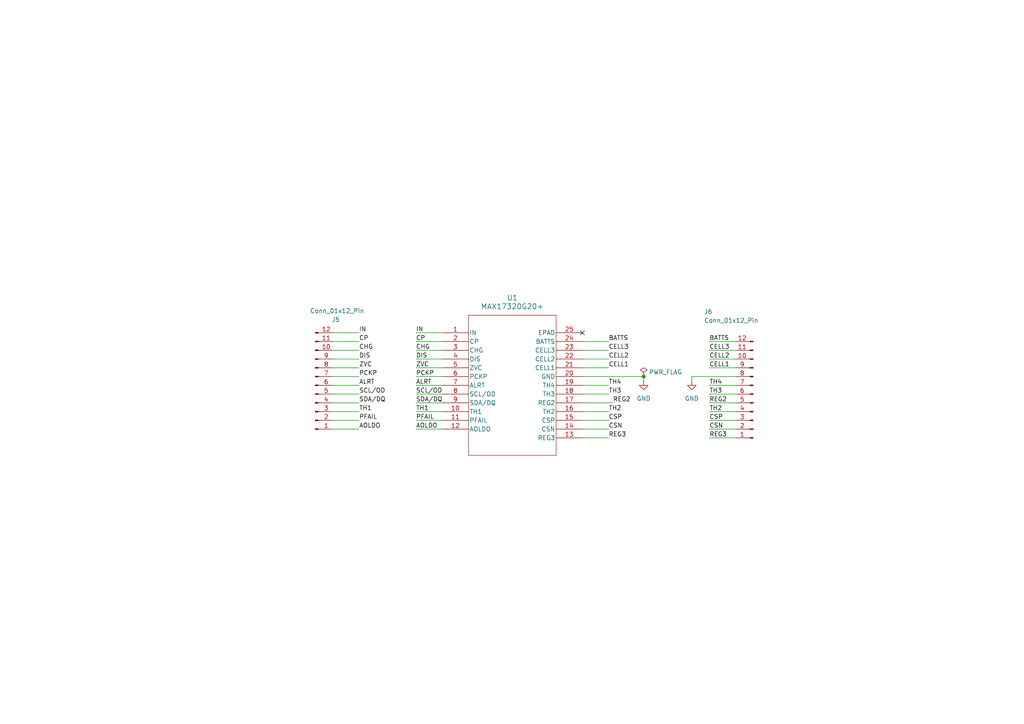
<source format=kicad_sch>
(kicad_sch (version 20250114) (generator "eeschema") (generator_version "9.0")
  (paper "A4")
  (title_block (title "Max17320 Breakout Board 1.0") (rev "1.0") (company "Robosub"))
  (lib_symbols
    (symbol "Connector:Conn_01x12_Pin" (pin_names (offset 1.016) (hide yes))
      (property "Reference" "J" (at 0 15.24 0))
      (property "Value" "Conn_01x12_Pin" (at 0 -17.78 0))
      (symbol "Conn_01x12_Pin_1_1"
        (rectangle (start 0.8636 12.827) (end 0 12.573) (stroke (width 0.1524)) (fill (type outline)))
        (rectangle (start 0.8636 10.287) (end 0 10.033) (stroke (width 0.1524)) (fill (type outline)))
        (rectangle (start 0.8636 7.747) (end 0 7.493) (stroke (width 0.1524)) (fill (type outline)))
        (rectangle (start 0.8636 5.207) (end 0 4.953) (stroke (width 0.1524)) (fill (type outline)))
        (rectangle (start 0.8636 2.667) (end 0 2.413) (stroke (width 0.1524)) (fill (type outline)))
        (rectangle (start 0.8636 0.127) (end 0 -0.127) (stroke (width 0.1524)) (fill (type outline)))
        (rectangle (start 0.8636 -2.413) (end 0 -2.667) (stroke (width 0.1524)) (fill (type outline)))
        (rectangle (start 0.8636 -4.953) (end 0 -5.207) (stroke (width 0.1524)) (fill (type outline)))
        (rectangle (start 0.8636 -7.493) (end 0 -7.747) (stroke (width 0.1524)) (fill (type outline)))
        (rectangle (start 0.8636 -10.033) (end 0 -10.287) (stroke (width 0.1524)) (fill (type outline)))
        (rectangle (start 0.8636 -12.573) (end 0 -12.827) (stroke (width 0.1524)) (fill (type outline)))
        (rectangle (start 0.8636 -15.113) (end 0 -15.367) (stroke (width 0.1524)) (fill (type outline)))
        (polyline (pts (xy 1.27 12.7) (xy 0.8636 12.7)) (stroke (width 0.1524)))
        (polyline (pts (xy 1.27 10.16) (xy 0.8636 10.16)) (stroke (width 0.1524)))
        (polyline (pts (xy 1.27 7.62) (xy 0.8636 7.62)) (stroke (width 0.1524)))
        (polyline (pts (xy 1.27 5.08) (xy 0.8636 5.08)) (stroke (width 0.1524)))
        (polyline (pts (xy 1.27 2.54) (xy 0.8636 2.54)) (stroke (width 0.1524)))
        (polyline (pts (xy 1.27 0) (xy 0.8636 0)) (stroke (width 0.1524)))
        (polyline (pts (xy 1.27 -2.54) (xy 0.8636 -2.54)) (stroke (width 0.1524)))
        (polyline (pts (xy 1.27 -5.08) (xy 0.8636 -5.08)) (stroke (width 0.1524)))
        (polyline (pts (xy 1.27 -7.62) (xy 0.8636 -7.62)) (stroke (width 0.1524)))
        (polyline (pts (xy 1.27 -10.16) (xy 0.8636 -10.16)) (stroke (width 0.1524)))
        (polyline (pts (xy 1.27 -12.7) (xy 0.8636 -12.7)) (stroke (width 0.1524)))
        (polyline (pts (xy 1.27 -15.24) (xy 0.8636 -15.24)) (stroke (width 0.1524)))
        (pin passive line (at 5.08 12.7 180) (length 3.81) (name "Pin_1") (number "1"))
        (pin passive line (at 5.08 10.16 180) (length 3.81) (name "Pin_2") (number "2"))
        (pin passive line (at 5.08 7.62 180) (length 3.81) (name "Pin_3") (number "3"))
        (pin passive line (at 5.08 5.08 180) (length 3.81) (name "Pin_4") (number "4"))
        (pin passive line (at 5.08 2.54 180) (length 3.81) (name "Pin_5") (number "5"))
        (pin passive line (at 5.08 0 180) (length 3.81) (name "Pin_6") (number "6"))
        (pin passive line (at 5.08 -2.54 180) (length 3.81) (name "Pin_7") (number "7"))
        (pin passive line (at 5.08 -5.08 180) (length 3.81) (name "Pin_8") (number "8"))
        (pin passive line (at 5.08 -7.62 180) (length 3.81) (name "Pin_9") (number "9"))
        (pin passive line (at 5.08 -10.16 180) (length 3.81) (name "Pin_10") (number "10"))
        (pin passive line (at 5.08 -12.7 180) (length 3.81) (name "Pin_11") (number "11"))
        (pin passive line (at 5.08 -15.24 180) (length 3.81) (name "Pin_12") (number "12"))
      )
    )
    (symbol "MAX17320G20+:MAX17320G20+" (pin_names (offset 0.254))
      (property "Reference" "U" (at 20.32 10.16 0))
      (property "Value" "MAX17320G20+" (at 20.32 7.62 0))
      (symbol "MAX17320G20+_0_1"
        (polyline (pts (xy 7.62 5.08) (xy 7.62 -35.56)) (stroke (width 0.127)))
        (polyline (pts (xy 7.62 -35.56) (xy 33.02 -35.56)) (stroke (width 0.127)))
        (polyline (pts (xy 33.02 5.08) (xy 7.62 5.08)) (stroke (width 0.127)))
        (polyline (pts (xy 33.02 -35.56) (xy 33.02 5.08)) (stroke (width 0.127)))
        (pin input line (at 0 0 0) (length 7.62) (name "IN") (number "1"))
        (pin output line (at 0 -2.54 0) (length 7.62) (name "CP") (number "2"))
        (pin unspecified line (at 0 -5.08 0) (length 7.62) (name "CHG") (number "3"))
        (pin unspecified line (at 0 -7.62 0) (length 7.62) (name "DIS") (number "4"))
        (pin unspecified line (at 0 -10.16 0) (length 7.62) (name "ZVC") (number "5"))
        (pin unspecified line (at 0 -12.7 0) (length 7.62) (name "PCKP") (number "6"))
        (pin output line (at 0 -15.24 0) (length 7.62) (name "ALRT") (number "7"))
        (pin input line (at 0 -17.78 0) (length 7.62) (name "SCL/OD") (number "8"))
        (pin bidirectional line (at 0 -20.32 0) (length 7.62) (name "SDA/DQ") (number "9"))
        (pin input line (at 0 -22.86 0) (length 7.62) (name "TH1") (number "10"))
        (pin unspecified line (at 0 -25.4 0) (length 7.62) (name "PFAIL") (number "11"))
        (pin unspecified line (at 0 -27.94 0) (length 7.62) (name "AOLDO") (number "12"))
        (pin power_in line (at 40.64 0 180) (length 7.62) (name "EPAD") (number "25"))
        (pin unspecified line (at 40.64 -2.54 180) (length 7.62) (name "BATTS") (number "24"))
        (pin unspecified line (at 40.64 -5.08 180) (length 7.62) (name "CELL3") (number "23"))
        (pin unspecified line (at 40.64 -7.62 180) (length 7.62) (name "CELL2") (number "22"))
        (pin unspecified line (at 40.64 -10.16 180) (length 7.62) (name "CELL1") (number "21"))
        (pin power_in line (at 40.64 -12.7 180) (length 7.62) (name "GND") (number "20"))
        (pin input line (at 40.64 -15.24 180) (length 7.62) (name "TH4") (number "19"))
        (pin input line (at 40.64 -17.78 180) (length 7.62) (name "TH3") (number "18"))
        (pin output line (at 40.64 -20.32 180) (length 7.62) (name "REG2") (number "17"))
        (pin input line (at 40.64 -22.86 180) (length 7.62) (name "TH2") (number "16"))
        (pin unspecified line (at 40.64 -25.4 180) (length 7.62) (name "CSP") (number "15"))
        (pin unspecified line (at 40.64 -27.94 180) (length 7.62) (name "CSN") (number "14"))
        (pin output line (at 40.64 -30.48 180) (length 7.62) (name "REG3") (number "13"))
      )
    )
    (symbol "power:GND" (power) (pin_numbers (hide yes)) (pin_names (offset 0) (hide yes))
      (property "Value" "GND" (at 0 -3.81 0))
      (symbol "GND_0_1"
        (polyline (pts (xy 0 0) (xy 0 -1.27) (xy 1.27 -1.27) (xy 0 -2.54) (xy -1.27 -1.27) (xy 0 -1.27)))
      )
      (symbol "GND_1_1"
        (pin power_in line (at 0 0 270) (length 0) (name "~") (number "1"))
      )
    )
    (symbol "power:PWR_FLAG" (power) (pin_numbers (hide yes)) (pin_names (offset 0) (hide yes))
      (property "Value" "PWR_FLAG" (at 0 3.81 0))
      (symbol "PWR_FLAG_0_0"
        (pin power_out line (at 0 0 90) (length 0) (name "~") (number "1"))
      )
      (symbol "PWR_FLAG_0_1"
        (polyline (pts (xy 0 0) (xy 0 1.27) (xy -1.016 1.905) (xy 0 2.54) (xy 1.016 1.905) (xy 0 1.27)))
      )
    )
  )
  (junction (at 186.69 109.22))
  (no_connect (at 168.91 96.52))
  (wire (pts (xy 120.65 111.76) (xy 128.27 111.76)))
  (wire (pts (xy 168.91 99.06) (xy 176.53 99.06)))
  (wire (pts (xy 120.65 119.38) (xy 128.27 119.38)))
  (wire (pts (xy 120.65 101.6) (xy 128.27 101.6)))
  (wire (pts (xy 205.74 119.38) (xy 213.36 119.38)))
  (wire (pts (xy 168.91 127) (xy 176.53 127)))
  (wire (pts (xy 120.65 124.46) (xy 128.27 124.46)))
  (wire (pts (xy 96.52 111.76) (xy 104.14 111.76)))
  (wire (pts (xy 168.91 121.92) (xy 176.53 121.92)))
  (wire (pts (xy 168.91 106.68) (xy 176.53 106.68)))
  (wire (pts (xy 186.69 110.49) (xy 186.69 109.22)))
  (wire (pts (xy 205.74 116.84) (xy 213.36 116.84)))
  (wire (pts (xy 96.52 114.3) (xy 104.14 114.3)))
  (wire (pts (xy 120.65 116.84) (xy 128.27 116.84)))
  (wire (pts (xy 96.52 116.84) (xy 104.14 116.84)))
  (wire (pts (xy 96.52 99.06) (xy 104.14 99.06)))
  (wire (pts (xy 168.91 114.3) (xy 176.53 114.3)))
  (wire (pts (xy 205.74 101.6) (xy 213.36 101.6)))
  (wire (pts (xy 168.91 116.84) (xy 177.8 116.84)))
  (wire (pts (xy 205.74 121.92) (xy 213.36 121.92)))
  (wire (pts (xy 120.65 99.06) (xy 128.27 99.06)))
  (wire (pts (xy 120.65 96.52) (xy 128.27 96.52)))
  (wire (pts (xy 168.91 124.46) (xy 176.53 124.46)))
  (wire (pts (xy 96.52 109.22) (xy 104.14 109.22)))
  (wire (pts (xy 200.66 109.22) (xy 213.36 109.22)))
  (wire (pts (xy 96.52 101.6) (xy 104.14 101.6)))
  (wire (pts (xy 96.52 119.38) (xy 104.14 119.38)))
  (wire (pts (xy 120.65 114.3) (xy 128.27 114.3)))
  (wire (pts (xy 168.91 101.6) (xy 176.53 101.6)))
  (wire (pts (xy 120.65 104.14) (xy 128.27 104.14)))
  (wire (pts (xy 120.65 109.22) (xy 128.27 109.22)))
  (wire (pts (xy 96.52 124.46) (xy 104.14 124.46)))
  (wire (pts (xy 205.74 111.76) (xy 213.36 111.76)))
  (wire (pts (xy 205.74 106.68) (xy 213.36 106.68)))
  (wire (pts (xy 96.52 96.52) (xy 104.14 96.52)))
  (wire (pts (xy 96.52 121.92) (xy 104.14 121.92)))
  (wire (pts (xy 168.91 119.38) (xy 176.53 119.38)))
  (wire (pts (xy 96.52 106.68) (xy 104.14 106.68)))
  (wire (pts (xy 205.74 99.06) (xy 213.36 99.06)))
  (wire (pts (xy 200.66 109.22) (xy 200.66 110.49)))
  (wire (pts (xy 120.65 121.92) (xy 128.27 121.92)))
  (wire (pts (xy 205.74 104.14) (xy 213.36 104.14)))
  (wire (pts (xy 205.74 114.3) (xy 213.36 114.3)))
  (wire (pts (xy 205.74 127) (xy 213.36 127)))
  (wire (pts (xy 96.52 104.14) (xy 104.14 104.14)))
  (wire (pts (xy 205.74 124.46) (xy 213.36 124.46)))
  (wire (pts (xy 168.91 109.22) (xy 186.69 109.22)))
  (wire (pts (xy 120.65 106.68) (xy 128.27 106.68)))
  (wire (pts (xy 168.91 104.14) (xy 176.53 104.14)))
  (wire (pts (xy 168.91 111.76) (xy 176.53 111.76)))
  (label "PCKP" (at 120.65 109.22 0))
  (label "CP" (at 104.14 99.06 0))
  (label "ALRT" (at 104.14 111.76 0))
  (label "REG3" (at 176.53 127 0))
  (label "SDA{slash}DQ" (at 104.14 116.84 0))
  (label "DIS" (at 104.14 104.14 0))
  (label "TH3" (at 205.74 114.3 0))
  (label "CSP" (at 176.53 121.92 0))
  (label "AOLDO" (at 104.14 124.46 0))
  (label "TH2" (at 205.74 119.38 0))
  (label "CP" (at 120.65 99.06 0))
  (label "CHG" (at 120.65 101.6 0))
  (label "BATTS" (at 205.74 99.06 0))
  (label "PFAIL" (at 120.65 121.92 0))
  (label "REG2" (at 177.8 116.84 0))
  (label "TH4" (at 205.74 111.76 0))
  (label "BATTS" (at 176.53 99.06 0))
  (label "CELL3" (at 176.53 101.6 0))
  (label "PCKP" (at 104.14 109.22 0))
  (label "ZVC" (at 120.65 106.68 0))
  (label "CHG" (at 104.14 101.6 0))
  (label "CSN" (at 176.53 124.46 0))
  (label "SCL{slash}OD" (at 120.65 114.3 0))
  (label "TH1" (at 104.14 119.38 0))
  (label "TH1" (at 120.65 119.38 0))
  (label "CELL2" (at 205.74 104.14 0))
  (label "CELL1" (at 176.53 106.68 0))
  (label "SCL{slash}OD" (at 104.14 114.3 0))
  (label "PFAIL" (at 104.14 121.92 0))
  (label "CELL3" (at 205.74 101.6 0))
  (label "IN" (at 104.14 96.52 0))
  (label "CELL1" (at 205.74 106.68 0))
  (label "AOLDO" (at 120.65 124.46 0))
  (label "TH2" (at 176.53 119.38 0))
  (label "REG3" (at 205.74 127 0))
  (label "CSN" (at 205.74 124.46 0))
  (label "SDA{slash}DQ" (at 120.65 116.84 0))
  (label "DIS" (at 120.65 104.14 0))
  (label "REG2" (at 205.74 116.84 0))
  (label "TH4" (at 176.53 111.76 0))
  (label "TH3" (at 176.53 114.3 0))
  (label "IN" (at 120.65 96.52 0))
  (label "CSP" (at 205.74 121.92 0))
  (label "ZVC" (at 104.14 106.68 0))
  (label "CELL2" (at 176.53 104.14 0))
  (label "ALRT" (at 120.65 111.76 0))
  (symbol (lib_id "MAX17320G20+:MAX17320G20+") (at 128.27 96.52 0) (unit 1)
    (property "Reference" "U1" (at 148.59 86.36 0) (effects (font (size 1.524 1.524))))
    (property "Value" "MAX17320G20+" (at 148.59 88.9 0) (effects (font (size 1.524 1.524))))
    (property "Footprint" "MAX17320G20+:21-0139I_T2444-4_MXM" (effects (hide yes)))
    (property "Datasheet" "MAX17320G20+" (effects (hide yes)))
  )
  (symbol (lib_id "Connector:Conn_01x12_Pin") (at 218.44 114.3 180) (unit 1)
    (property "Reference" "J6" (at 204.216 90.424 0) (effects (justify right)))
    (property "Value" "Conn_01x12_Pin" (at 204.216 92.964 0) (effects (justify right)))
    (property "Footprint" "Connector_PinHeader_2.54mm:PinHeader_1x12_P2.54mm_Vertical" (effects (hide yes)))
    (property "Description" "Generic connector, single row, 01x12, script generated" (effects (hide yes)))
  )
  (symbol (lib_id "power:GND") (at 186.69 110.49 0) (unit 1)
    (property "Reference" "#PWR01" (effects (hide yes)))
    (property "Value" "GND" (at 186.69 115.57 0))
    (property "Description" "Power symbol creates a global label with name \"GND\" , ground" (effects (hide yes)))
  )
  (symbol (lib_id "power:GND") (at 200.66 110.49 0) (unit 1)
    (property "Reference" "#PWR04" (effects (hide yes)))
    (property "Value" "GND" (at 200.66 115.57 0))
    (property "Description" "Power symbol creates a global label with name \"GND\" , ground" (effects (hide yes)))
  )
  (symbol (lib_id "power:PWR_FLAG") (at 186.69 109.22 0) (unit 1)
    (property "Reference" "#FLG01" (effects (hide yes)))
    (property "Value" "PWR_FLAG" (at 193.04 107.95 0))
    (property "Description" "Special symbol for telling ERC where power comes from" (effects (hide yes)))
  )
  (symbol (lib_id "Connector:Conn_01x12_Pin") (at 91.44 111.76 0) (mirror x) (unit 1)
    (property "Reference" "J5" (at 97.409 92.71 0))
    (property "Value" "Conn_01x12_Pin" (at 97.79 90.17 0))
    (property "Footprint" "Connector_PinHeader_2.54mm:PinHeader_1x12_P2.54mm_Vertical" (effects (hide yes)))
    (property "Description" "Generic connector, single row, 01x12, script generated" (effects (hide yes)))
  )
)
</source>
